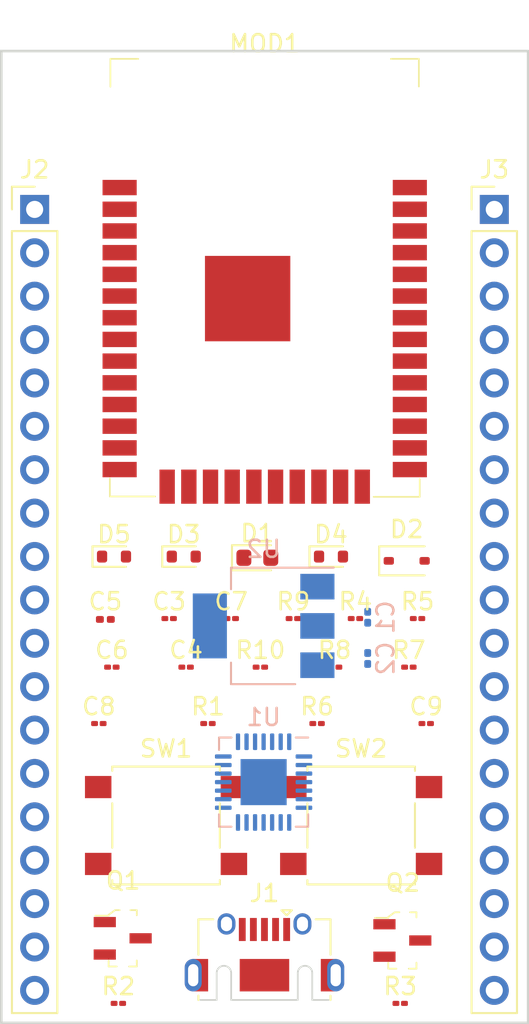
<source format=kicad_pcb>
(kicad_pcb (version 20221018) (generator pcbnew)
  (title_block (title "${project_name}") (date "2023-07-28") (rev "1.0"))
  (layers (0 "F.Cu" mixed) (1 "In1.Cu" mixed) (2 "In2.Cu" mixed) (31 "B.Cu" mixed) (34 "B.Paste" user) (35 "F.Paste" user) (36 "B.SilkS" user "B.Silkscreen") (37 "F.SilkS" user "F.Silkscreen") (38 "B.Mask" user) (39 "F.Mask" user) (44 "Edge.Cuts" user))
  (property "project_name" "ESP32 Clone Devkit")
  (net 0 "")
  (net 1 "/EXT_5V")
  (net 2 "GND")
  (net 3 "/VDD33")
  (net 4 "Net-(MOD1-3V3)")
  (net 5 "/EN")
  (net 6 "/IO0")
  (net 7 "Net-(D1-A)")
  (net 8 "/VBUS")
  (net 9 "/USB_DP")
  (net 10 "/USB_DN")
  (net 12 "/SENSOR_VP")
  (net 13 "/SENSOR_VN")
  (net 14 "/IO34")
  (net 15 "/IO35")
  (net 16 "/IO32")
  (net 17 "/IO33")
  (net 18 "/IO25")
  (net 19 "/IO26")
  (net 20 "/IO27")
  (net 21 "/IO14")
  (net 22 "/IO12")
  (net 23 "/IO13")
  (net 24 "/SD2")
  (net 25 "/SD3")
  (net 26 "/CMD")
  (net 27 "/IO23")
  (net 28 "/IO22")
  (net 29 "/TXD0")
  (net 30 "/RXD0")
  (net 31 "/IO21")
  (net 32 "/IO19")
  (net 33 "/IO18")
  (net 34 "/IO5")
  (net 35 "/IO17")
  (net 36 "/IO16")
  (net 37 "/IO4")
  (net 38 "/IO2")
  (net 39 "/IO15")
  (net 40 "/SD1")
  (net 41 "/SD0")
  (net 42 "/CLK")
  (net 44 "/RTS")
  (net 45 "Net-(Q1-B)")
  (net 46 "/DTR")
  (net 47 "Net-(Q2-B)")
  (net 48 "/RXD")
  (net 49 "/TXD")
  (net 50 "Net-(U1-~{RST})")
  (net 51 "Net-(U1-VBUS)")
  (net 52 "Net-(U1-~{SUSPEND})")
  (net 53 "/DCD")
  (net 54 "/RI")
  (net 67 "/CTS")
  (net 68 "/DSR")
  (footprint "LED_SMD:LED_0603_1608Metric" (layer "F.Cu") (at 75.832 85.799)
    (fp_text reference "D1" (at 0 -1.43) (layer "F.SilkS"))
    (fp_text value "LED" hide)
    (fp_line (start -1.485 -0.735) (end -1.485 0.735) (stroke (width 0.12)) (layer "F.SilkS"))
    (fp_line (start -1.485 0.735) (end 0.8 0.735) (stroke (width 0.12)) (layer "F.SilkS"))
    (fp_line (start 0.8 -0.735) (end -1.485 -0.735) (stroke (width 0.12)) (layer "F.SilkS"))
    (pad "1" smd roundrect (at -0.7875 0) (size 0.875 0.95) (layers "F.Cu" "F.Paste" "F.Mask") (net 2 "GND"))
    (pad "2" smd roundrect (at 0.7875 0) (size 0.875 0.95) (layers "F.Cu" "F.Paste" "F.Mask") (net 7 "Net-(D1-A)"))
  )
  (footprint "Connector_PinHeader_2.54mm:PinHeader_1x19_P2.54mm_Vertical" (layer "F.Cu") (at 89.7128 65.405)
    (fp_text reference "J3" (at 0 -2.33) (layer "F.SilkS"))
    (fp_text value "Conn_01x19_Pin" hide)
    (fp_line (start -1.33 -1.33) (end 0 -1.33) (stroke (width 0.12)) (layer "F.SilkS"))
    (fp_line (start -1.33 0) (end -1.33 -1.33) (stroke (width 0.12)) (layer "F.SilkS"))
    (fp_line (start -1.33 1.27) (end -1.33 47.05) (stroke (width 0.12)) (layer "F.SilkS"))
    (fp_line (start -1.33 1.27) (end 1.33 1.27) (stroke (width 0.12)) (layer "F.SilkS"))
    (fp_line (start -1.33 47.05) (end 1.33 47.05) (stroke (width 0.12)) (layer "F.SilkS"))
    (fp_line (start 1.33 1.27) (end 1.33 47.05) (stroke (width 0.12)) (layer "F.SilkS"))
    (pad "1" thru_hole rect locked (at 0 0) (size 1.7 1.7) (drill 1) (layers "*.Cu" "*.Mask") (net 2 "GND"))
    (pad "2" thru_hole oval locked (at 0 2.54) (size 1.7 1.7) (drill 1) (layers "*.Cu" "*.Mask") (net 27 "/IO23"))
    (pad "3" thru_hole oval locked (at 0 5.08) (size 1.7 1.7) (drill 1) (layers "*.Cu" "*.Mask") (net 28 "/IO22"))
    (pad "4" thru_hole oval locked (at 0 7.62) (size 1.7 1.7) (drill 1) (layers "*.Cu" "*.Mask") (net 29 "/TXD0"))
    (pad "5" thru_hole oval locked (at 0 10.16) (size 1.7 1.7) (drill 1) (layers "*.Cu" "*.Mask") (net 30 "/RXD0"))
    (pad "6" thru_hole oval locked (at 0 12.7) (size 1.7 1.7) (drill 1) (layers "*.Cu" "*.Mask") (net 31 "/IO21"))
    (pad "7" thru_hole oval locked (at 0 15.24) (size 1.7 1.7) (drill 1) (layers "*.Cu" "*.Mask") (net 2 "GND"))
    (pad "8" thru_hole oval locked (at 0 17.78) (size 1.7 1.7) (drill 1) (layers "*.Cu" "*.Mask") (net 32 "/IO19"))
    (pad "9" thru_hole oval locked (at 0 20.32) (size 1.7 1.7) (drill 1) (layers "*.Cu" "*.Mask") (net 33 "/IO18"))
    (pad "10" thru_hole oval locked (at 0 22.86) (size 1.7 1.7) (drill 1) (layers "*.Cu" "*.Mask") (net 34 "/IO5"))
    (pad "11" thru_hole oval locked (at 0 25.4) (size 1.7 1.7) (drill 1) (layers "*.Cu" "*.Mask") (net 35 "/IO17"))
    (pad "12" thru_hole oval locked (at 0 27.94) (size 1.7 1.7) (drill 1) (layers "*.Cu" "*.Mask") (net 36 "/IO16"))
    (pad "13" thru_hole oval locked (at 0 30.48) (size 1.7 1.7) (drill 1) (layers "*.Cu" "*.Mask") (net 37 "/IO4"))
    (pad "14" thru_hole oval locked (at 0 33.02) (size 1.7 1.7) (drill 1) (layers "*.Cu" "*.Mask") (net 6 "/IO0"))
    (pad "15" thru_hole oval locked (at 0 35.56) (size 1.7 1.7) (drill 1) (layers "*.Cu" "*.Mask") (net 38 "/IO2"))
    (pad "16" thru_hole oval locked (at 0 38.1) (size 1.7 1.7) (drill 1) (layers "*.Cu" "*.Mask") (net 39 "/IO15"))
    (pad "17" thru_hole oval locked (at 0 40.64) (size 1.7 1.7) (drill 1) (layers "*.Cu" "*.Mask") (net 40 "/SD1"))
    (pad "18" thru_hole oval locked (at 0 43.18) (size 1.7 1.7) (drill 1) (layers "*.Cu" "*.Mask") (net 41 "/SD0"))
    (pad "19" thru_hole oval locked (at 0 45.72) (size 1.7 1.7) (drill 1) (layers "*.Cu" "*.Mask") (net 42 "/CLK"))
  )
  (footprint "digikey-footprints:ESP32-WROOM-32D" (layer "F.Cu") (at 76.2649 72.381)
    (fp_text reference "MOD1" (at 0.01 -16.69) (layer "F.SilkS"))
    (fp_text value "ESP32-WROOM-32" hide)
    (fp_line (start -9.07 8.78) (end -9.07 9.83) (stroke (width 0.1)) (layer "F.SilkS"))
    (fp_line (start -9.07 9.83) (end -6.42 9.83) (stroke (width 0.1)) (layer "F.SilkS"))
    (fp_line (start -9.04 -15.79) (end -7.41 -15.79) (stroke (width 0.1)) (layer "F.SilkS"))
    (fp_line (start -9.04 -14.16) (end -9.04 -15.79) (stroke (width 0.1)) (layer "F.SilkS"))
    (fp_line (start 9.03 -15.79) (end 7.39 -15.79) (stroke (width 0.1)) (layer "F.SilkS"))
    (fp_line (start 9.03 -14.17) (end 9.03 -15.79) (stroke (width 0.1)) (layer "F.SilkS"))
    (fp_line (start 9.08 8.81) (end 9.08 9.85) (stroke (width 0.1)) (layer "F.SilkS"))
    (fp_line (start 9.08 9.85) (end 6.38 9.85) (stroke (width 0.1)) (layer "F.SilkS"))
    (pad "1" smd rect locked (at -8.5 -8.255) (size 2 0.9) (layers "F.Cu" "F.Paste" "F.Mask") (net 2 "GND"))
    (pad "2" smd rect locked (at -8.5 -6.985) (size 2 0.9) (layers "F.Cu" "F.Paste" "F.Mask") (net 4 "Net-(MOD1-3V3)"))
    (pad "3" smd rect locked (at -8.5 -5.715) (size 2 0.9) (layers "F.Cu" "F.Paste" "F.Mask") (net 5 "/EN"))
    (pad "4" smd rect locked (at -8.5 -4.445) (size 2 0.9) (layers "F.Cu" "F.Paste" "F.Mask") (net 12 "/SENSOR_VP"))
    (pad "5" smd rect locked (at -8.5 -3.175) (size 2 0.9) (layers "F.Cu" "F.Paste" "F.Mask") (net 13 "/SENSOR_VN"))
    (pad "6" smd rect locked (at -8.5 -1.905) (size 2 0.9) (layers "F.Cu" "F.Paste" "F.Mask") (net 14 "/IO34"))
    (pad "7" smd rect locked (at -8.5 -0.635) (size 2 0.9) (layers "F.Cu" "F.Paste" "F.Mask") (net 15 "/IO35"))
    (pad "8" smd rect locked (at -8.5 0.635) (size 2 0.9) (layers "F.Cu" "F.Paste" "F.Mask") (net 16 "/IO32"))
    (pad "9" smd rect locked (at -8.5 1.905) (size 2 0.9) (layers "F.Cu" "F.Paste" "F.Mask") (net 17 "/IO33"))
    (pad "10" smd rect locked (at -8.5 3.175) (size 2 0.9) (layers "F.Cu" "F.Paste" "F.Mask") (net 18 "/IO25"))
    (pad "11" smd rect locked (at -8.5 4.445) (size 2 0.9) (layers "F.Cu" "F.Paste" "F.Mask") (net 19 "/IO26"))
    (pad "12" smd rect locked (at -8.5 5.715) (size 2 0.9) (layers "F.Cu" "F.Paste" "F.Mask") (net 20 "/IO27"))
    (pad "13" smd rect locked (at -8.5 6.985) (size 2 0.9) (layers "F.Cu" "F.Paste" "F.Mask") (net 21 "/IO14"))
    (pad "14" smd rect locked (at -8.5 8.255) (size 2 0.9) (layers "F.Cu" "F.Paste" "F.Mask") (net 22 "/IO12"))
    (pad "15" smd rect locked (at -5.715 9.255 90) (size 2 0.9) (layers "F.Cu" "F.Paste" "F.Mask") (net 2 "GND"))
    (pad "16" smd rect locked (at -4.445 9.255 90) (size 2 0.9) (layers "F.Cu" "F.Paste" "F.Mask") (net 23 "/IO13"))
    (pad "17" smd rect locked (at -3.175 9.255 90) (size 2 0.9) (layers "F.Cu" "F.Paste" "F.Mask") (net 24 "/SD2"))
    (pad "18" smd rect locked (at -1.905 9.255 90) (size 2 0.9) (layers "F.Cu" "F.Paste" "F.Mask") (net 25 "/SD3"))
    (pad "19" smd rect locked (at -0.635 9.255 90) (size 2 0.9) (layers "F.Cu" "F.Paste" "F.Mask") (net 26 "/CMD"))
    (pad "20" smd rect locked (at 0.635 9.255 90) (size 2 0.9) (layers "F.Cu" "F.Paste" "F.Mask") (net 42 "/CLK"))
    (pad "21" smd rect locked (at 1.905 9.255 90) (size 2 0.9) (layers "F.Cu" "F.Paste" "F.Mask") (net 41 "/SD0"))
    (pad "22" smd rect locked (at 3.175 9.255 90) (size 2 0.9) (layers "F.Cu" "F.Paste" "F.Mask") (net 40 "/SD1"))
    (pad "23" smd rect locked (at 4.445 9.255 90) (size 2 0.9) (layers "F.Cu" "F.Paste" "F.Mask") (net 39 "/IO15"))
    (pad "24" smd rect locked (at 5.715 9.255 90) (size 2 0.9) (layers "F.Cu" "F.Paste" "F.Mask") (net 38 "/IO2"))
    (pad "25" smd rect locked (at 8.5 8.255) (size 2 0.9) (layers "F.Cu" "F.Paste" "F.Mask") (net 6 "/IO0"))
    (pad "26" smd rect locked (at 8.5 6.985) (size 2 0.9) (layers "F.Cu" "F.Paste" "F.Mask") (net 37 "/IO4"))
    (pad "27" smd rect locked (at 8.5 5.715) (size 2 0.9) (layers "F.Cu" "F.Paste" "F.Mask") (net 36 "/IO16"))
    (pad "28" smd rect locked (at 8.5 4.445) (size 2 0.9) (layers "F.Cu" "F.Paste" "F.Mask") (net 35 "/IO17"))
    (pad "29" smd rect locked (at 8.5 3.175) (size 2 0.9) (layers "F.Cu" "F.Paste" "F.Mask") (net 34 "/IO5"))
    (pad "30" smd rect locked (at 8.5 1.905) (size 2 0.9) (layers "F.Cu" "F.Paste" "F.Mask") (net 33 "/IO18"))
    (pad "31" smd rect locked (at 8.5 0.635) (size 2 0.9) (layers "F.Cu" "F.Paste" "F.Mask") (net 32 "/IO19"))
    (pad "32" smd rect locked (at 8.5 -0.635) (size 2 0.9) (layers "F.Cu" "F.Paste" "F.Mask"))
    (pad "33" smd rect locked (at 8.5 -1.905) (size 2 0.9) (layers "F.Cu" "F.Paste" "F.Mask") (net 31 "/IO21"))
    (pad "34" smd rect locked (at 8.5 -3.175) (size 2 0.9) (layers "F.Cu" "F.Paste" "F.Mask") (net 30 "/RXD0"))
    (pad "35" smd rect locked (at 8.5 -4.445) (size 2 0.9) (layers "F.Cu" "F.Paste" "F.Mask") (net 29 "/TXD0"))
    (pad "36" smd rect locked (at 8.5 -5.715) (size 2 0.9) (layers "F.Cu" "F.Paste" "F.Mask") (net 28 "/IO22"))
    (pad "37" smd rect locked (at 8.5 -6.985) (size 2 0.9) (layers "F.Cu" "F.Paste" "F.Mask") (net 27 "/IO23"))
    (pad "38" smd rect locked (at 8.5 -8.255) (size 2 0.9) (layers "F.Cu" "F.Paste" "F.Mask") (net 2 "GND"))
    (pad "39" smd rect locked (at -1 -1.755) (size 5 5) (layers "F.Cu" "F.Paste" "F.Mask") (net 2 "GND"))
  )
  (footprint "Resistor_SMD:R_01005_0402Metric" (layer "F.Cu") (at 81.5794 89.358)
    (fp_text reference "R4" (at 0 -1) (layer "F.SilkS"))
    (fp_text value "0R(5%)" hide)
    (pad "1" smd roundrect (at -0.25 0) (size 0.4 0.3) (layers "F.Cu" "F.Mask") (net 29 "/TXD0"))
    (pad "2" smd roundrect (at 0.25 0) (size 0.4 0.3) (layers "F.Cu" "F.Mask") (net 48 "/RXD"))
  )
  (footprint "Capacitor_SMD:C_01005_0402Metric" (layer "F.Cu") (at 74.3042 89.358)
    (fp_text reference "C7" (at 0 -1) (layer "F.SilkS"))
    (fp_text value "0.1uF/50V(10%)" hide)
    (pad "1" smd roundrect (at -0.25 0) (size 0.4 0.3) (layers "F.Cu" "F.Mask") (net 5 "/EN"))
    (pad "2" smd roundrect (at 0.25 0) (size 0.4 0.3) (layers "F.Cu" "F.Mask") (net 2 "GND"))
  )
  (footprint "Capacitor_SMD:C_0201_0603Metric" (layer "F.Cu") (at 66.929 89.408)
    (fp_text reference "C5" (at 0 -1.05) (layer "F.SilkS"))
    (fp_text value "22uF/10V(20%)" hide)
    (pad "1" smd roundrect (at -0.32 0) (size 0.46 0.4) (layers "F.Cu" "F.Mask") (net 4 "Net-(MOD1-3V3)"))
    (pad "2" smd roundrect (at 0.32 0) (size 0.46 0.4) (layers "F.Cu" "F.Mask") (net 2 "GND"))
  )
  (footprint "Diode_SMD:D_SOD-523" (layer "F.Cu") (at 80.147 85.729)
    (fp_text reference "D4" (at 0 -1.3) (layer "F.SilkS"))
    (fp_text value "D_TVS" hide)
    (fp_line (start -1.26 -0.6) (end -1.26 0.6) (stroke (width 0.12)) (layer "F.SilkS"))
    (fp_line (start 0.7 -0.6) (end -1.26 -0.6) (stroke (width 0.12)) (layer "F.SilkS"))
    (fp_line (start 0.7 0.6) (end -1.26 0.6) (stroke (width 0.12)) (layer "F.SilkS"))
    (pad "1" smd roundrect (at -0.7 0 180) (size 0.6 0.7) (layers "F.Cu" "F.Paste" "F.Mask") (net 2 "GND"))
    (pad "2" smd roundrect (at 0.7 0 180) (size 0.6 0.7) (layers "F.Cu" "F.Paste" "F.Mask") (net 9 "/USB_DP"))
  )
  (footprint "Resistor_SMD:R_01005_0402Metric" (layer "F.Cu") (at 85.217 89.358)
    (fp_text reference "R5" (at 0 -1) (layer "F.SilkS"))
    (fp_text value "0R(5%)" hide)
    (pad "1" smd roundrect (at -0.25 0) (size 0.4 0.3) (layers "F.Cu" "F.Mask") (net 30 "/RXD0"))
    (pad "2" smd roundrect (at 0.25 0) (size 0.4 0.3) (layers "F.Cu" "F.Mask") (net 49 "/TXD"))
  )
  (footprint "Capacitor_SMD:C_01005_0402Metric" (layer "F.Cu") (at 70.6666 89.358)
    (fp_text reference "C3" (at 0 -1) (layer "F.SilkS"))
    (fp_text value "4.7uF/6.3V(20%)" hide)
    (pad "1" smd roundrect (at -0.25 0) (size 0.4 0.3) (layers "F.Cu" "F.Mask") (net 3 "/VDD33"))
    (pad "2" smd roundrect (at 0.25 0) (size 0.4 0.3) (layers "F.Cu" "F.Mask") (net 2 "GND"))
  )
  (footprint "Connector_USB:USB_Micro-AB_Molex_47590-0001" (layer "F.Cu") (at 76.2499 110.236)
    (fp_text reference "J1" (at 0 -4.8 -180) (layer "F.SilkS"))
    (fp_text value "USB_B_Micro" hide)
    (fp_line (start -3.87 -3.27) (end -3.87 -1.2) (stroke (width 0.12)) (layer "F.SilkS"))
    (fp_line (start -3.87 -3.27) (end -3 -3.27) (stroke (width 0.12)) (layer "F.SilkS"))
    (fp_line (start -3.87 1.2) (end -3.87 1.45) (stroke (width 0.12)) (layer "F.SilkS"))
    (fp_line (start 1 -3.8) (end 1.6 -3.8) (stroke (width 0.12)) (layer "F.SilkS"))
    (fp_line (start 1.3 -3.5) (end 1 -3.8) (stroke (width 0.12)) (layer "F.SilkS"))
    (fp_line (start 1.3 -3.5) (end 1.6 -3.8) (stroke (width 0.12)) (layer "F.SilkS"))
    (fp_line (start 3 -3.27) (end 3.87 -3.27) (stroke (width 0.12)) (layer "F.SilkS"))
    (fp_line (start 3.87 -3.27) (end 3.87 -1.2) (stroke (width 0.12)) (layer "F.SilkS"))
    (fp_line (start 3.87 1.2) (end 3.87 1.45) (stroke (width 0.12)) (layer "F.SilkS"))
    (fp_line (start -3.75 1.45) (end -2.8 1.45) (stroke (width 0.1)) (layer "Edge.Cuts"))
    (fp_line (start -2.8 -0.125) (end -2.8 1.45) (stroke (width 0.1)) (layer "Edge.Cuts"))
    (fp_line (start -1.95 -0.125) (end -1.95 1.45) (stroke (width 0.1)) (layer "Edge.Cuts"))
    (fp_line (start -1.95 1.45) (end 1.95 1.45) (stroke (width 0.1)) (layer "Edge.Cuts"))
    (fp_line (start 1.95 -0.125) (end 1.95 1.45) (stroke (width 0.1)) (layer "Edge.Cuts"))
    (fp_line (start 2.8 -0.125) (end 2.8 1.45) (stroke (width 0.1)) (layer "Edge.Cuts"))
    (fp_line (start 2.8 1.45) (end 3.75 1.45) (stroke (width 0.1)) (layer "Edge.Cuts"))
    (fp_arc (start -2.8 -0.125) (mid -2.375 -0.55) (end -1.95 -0.125) (stroke (width 0.1)) (layer "Edge.Cuts"))
    (fp_arc (start 1.95 -0.125) (mid 2.375 -0.55) (end 2.8 -0.125) (stroke (width 0.1)) (layer "Edge.Cuts"))
    (pad "1" smd rect (at 1.3 -2.675) (size 0.4 1.35) (layers "F.Cu" "F.Paste" "F.Mask") (net 8 "/VBUS"))
    (pad "2" smd rect (at 0.65 -2.675) (size 0.4 1.35) (layers "F.Cu" "F.Paste" "F.Mask") (net 9 "/USB_DP"))
    (pad "3" smd rect (at 0 -2.675) (size 0.4 1.35) (layers "F.Cu" "F.Paste" "F.Mask") (net 10 "/USB_DN"))
    (pad "4" smd rect (at -0.65 -2.675) (size 0.4 1.35) (layers "F.Cu" "F.Paste" "F.Mask"))
    (pad "5" smd rect (at -1.3 -2.675) (size 0.4 1.35) (layers "F.Cu" "F.Paste" "F.Mask") (net 2 "GND"))
    (pad "6" thru_hole oval (at -4.175 0) (size 1 1.9) (drill oval 0.6 1.3) (layers "*.Cu" "*.Mask") (net 2 "GND"))
    (pad "6" smd rect (at -3.7375 0) (size 0.875 1.9) (layers "F.Cu" "F.Mask") (net 2 "GND"))
    (pad "6" thru_hole oval (at -2.225 -3) (size 1.05 1.25) (drill oval 0.65 0.85) (layers "*.Cu" "*.Mask") (net 2 "GND"))
    (pad "6" smd rect (at 0 0) (size 2.9 1.9) (layers "F.Cu" "F.Paste" "F.Mask") (net 2 "GND"))
    (pad "6" thru_hole oval (at 2.225 -3) (size 1.05 1.25) (drill oval 0.65 0.85) (layers "*.Cu" "*.Mask") (net 2 "GND"))
    (pad "6" smd rect (at 3.7375 0) (size 0.875 1.9) (layers "F.Cu" "F.Mask") (net 2 "GND"))
    (pad "6" thru_hole oval (at 4.175 0) (size 1 1.9) (drill oval 0.6 1.3) (layers "*.Cu" "*.Mask") (net 2 "GND"))
  )
  (footprint "Resistor_SMD:R_01005_0402Metric" (layer "F.Cu") (at 84.709 92.202)
    (fp_text reference "R7" (at 0 -1) (layer "F.SilkS"))
    (fp_text value "47.5k(5%)" hide)
    (pad "1" smd roundrect (at -0.25 0) (size 0.4 0.3) (layers "F.Cu" "F.Mask") (net 51 "Net-(U1-VBUS)"))
    (pad "2" smd roundrect (at 0.25 0) (size 0.4 0.3) (layers "F.Cu" "F.Mask") (net 2 "GND"))
  )
  (footprint "Diode_SMD:D_SOD-523" (layer "F.Cu") (at 71.522 85.729)
    (fp_text reference "D3" (at 0 -1.3) (layer "F.SilkS"))
    (fp_text value "D_TVS" hide)
    (fp_line (start -1.26 -0.6) (end -1.26 0.6) (stroke (width 0.12)) (layer "F.SilkS"))
    (fp_line (start 0.7 -0.6) (end -1.26 -0.6) (stroke (width 0.12)) (layer "F.SilkS"))
    (fp_line (start 0.7 0.6) (end -1.26 0.6) (stroke (width 0.12)) (layer "F.SilkS"))
    (pad "1" smd roundrect (at -0.7 0 180) (size 0.6 0.7) (layers "F.Cu" "F.Paste" "F.Mask") (net 2 "GND"))
    (pad "2" smd roundrect (at 0.7 0 180) (size 0.6 0.7) (layers "F.Cu" "F.Paste" "F.Mask") (net 8 "/VBUS"))
  )
  (footprint "Button_Switch_SMD:SW_SPST_B3S-1000" (layer "F.Cu") (at 70.485 101.473)
    (fp_text reference "SW1" (at 0 -4.5) (layer "F.SilkS"))
    (fp_text value "SW_Push" hide)
    (fp_line (start -3.15 -3.45) (end 3.15 -3.45) (stroke (width 0.12)) (layer "F.SilkS"))
    (fp_line (start -3.15 -3.2) (end -3.15 -3.45) (stroke (width 0.12)) (layer "F.SilkS"))
    (fp_line (start -3.15 1.3) (end -3.15 -1.3) (stroke (width 0.12)) (layer "F.SilkS"))
    (fp_line (start -3.15 3.45) (end -3.15 3.2) (stroke (width 0.12)) (layer "F.SilkS"))
    (fp_line (start 3.15 -3.45) (end 3.15 -3.2) (stroke (width 0.12)) (layer "F.SilkS"))
    (fp_line (start 3.15 -1.3) (end 3.15 1.3) (stroke (width 0.12)) (layer "F.SilkS"))
    (fp_line (start 3.15 3.2) (end 3.15 3.45) (stroke (width 0.12)) (layer "F.SilkS"))
    (fp_line (start 3.15 3.45) (end -3.15 3.45) (stroke (width 0.12)) (layer "F.SilkS"))
    (pad "1" smd rect (at -3.975 -2.25) (size 1.55 1.3) (layers "F.Cu" "F.Paste" "F.Mask") (net 2 "GND"))
    (pad "1" smd rect (at 3.975 -2.25) (size 1.55 1.3) (layers "F.Cu" "F.Paste" "F.Mask") (net 2 "GND"))
    (pad "2" smd rect (at -3.975 2.25) (size 1.55 1.3) (layers "F.Cu" "F.Paste" "F.Mask") (net 6 "/IO0"))
    (pad "2" smd rect (at 3.975 2.25) (size 1.55 1.3) (layers "F.Cu" "F.Paste" "F.Mask") (net 6 "/IO0"))
  )
  (footprint "Capacitor_SMD:C_01005_0402Metric" (layer "F.Cu") (at 67.31 92.202)
    (fp_text reference "C6" (at 0 -1) (layer "F.SilkS"))
    (fp_text value "0.1uF/50V(10%)" hide)
    (pad "1" smd roundrect (at -0.25 0) (size 0.4 0.3) (layers "F.Cu" "F.Mask") (net 4 "Net-(MOD1-3V3)"))
    (pad "2" smd roundrect (at 0.25 0) (size 0.4 0.3) (layers "F.Cu" "F.Mask") (net 2 "GND"))
  )
  (footprint "Connector_PinHeader_2.54mm:PinHeader_1x19_P2.54mm_Vertical" (layer "F.Cu") (at 62.787 65.405)
    (fp_text reference "J2" (at 0 -2.33) (layer "F.SilkS"))
    (fp_text value "Conn_01x19_Pin" hide)
    (fp_line (start -1.33 -1.33) (end 0 -1.33) (stroke (width 0.12)) (layer "F.SilkS"))
    (fp_line (start -1.33 0) (end -1.33 -1.33) (stroke (width 0.12)) (layer "F.SilkS"))
    (fp_line (start -1.33 1.27) (end -1.33 47.05) (stroke (width 0.12)) (layer "F.SilkS"))
    (fp_line (start -1.33 1.27) (end 1.33 1.27) (stroke (width 0.12)) (layer "F.SilkS"))
    (fp_line (start -1.33 47.05) (end 1.33 47.05) (stroke (width 0.12)) (layer "F.SilkS"))
    (fp_line (start 1.33 1.27) (end 1.33 47.05) (stroke (width 0.12)) (layer "F.SilkS"))
    (pad "1" thru_hole rect locked (at 0 0) (size 1.7 1.7) (drill 1) (layers "*.Cu" "*.Mask") (net 3 "/VDD33"))
    (pad "2" thru_hole oval locked (at 0 2.54) (size 1.7 1.7) (drill 1) (layers "*.Cu" "*.Mask") (net 5 "/EN"))
    (pad "3" thru_hole oval locked (at 0 5.08) (size 1.7 1.7) (drill 1) (layers "*.Cu" "*.Mask") (net 12 "/SENSOR_VP"))
    (pad "4" thru_hole oval locked (at 0 7.62) (size 1.7 1.7) (drill 1) (layers "*.Cu" "*.Mask") (net 13 "/SENSOR_VN"))
    (pad "5" thru_hole oval locked (at 0 10.16) (size 1.7 1.7) (drill 1) (layers "*.Cu" "*.Mask") (net 14 "/IO34"))
    (pad "6" thru_hole oval locked (at 0 12.7) (size 1.7 1.7) (drill 1) (layers "*.Cu" "*.Mask") (net 15 "/IO35"))
    (pad "7" thru_hole oval locked (at 0 15.24) (size 1.7 1.7) (drill 1) (layers "*.Cu" "*.Mask") (net 16 "/IO32"))
    (pad "8" thru_hole oval locked (at 0 17.78) (size 1.7 1.7) (drill 1) (layers "*.Cu" "*.Mask") (net 17 "/IO33"))
    (pad "9" thru_hole oval locked (at 0 20.32) (size 1.7 1.7) (drill 1) (layers "*.Cu" "*.Mask") (net 18 "/IO25"))
    (pad "10" thru_hole oval locked (at 0 22.86) (size 1.7 1.7) (drill 1) (layers "*.Cu" "*.Mask") (net 19 "/IO26"))
    (pad "11" thru_hole oval locked (at 0 25.4) (size 1.7 1.7) (drill 1) (layers "*.Cu" "*.Mask") (net 20 "/IO27"))
    (pad "12" thru_hole oval locked (at 0 27.94) (size 1.7 1.7) (drill 1) (layers "*.Cu" "*.Mask") (net 21 "/IO14"))
    (pad "13" thru_hole oval locked (at 0 30.48) (size 1.7 1.7) (drill 1) (layers "*.Cu" "*.Mask") (net 22 "/IO12"))
    (pad "14" thru_hole oval locked (at 0 33.02) (size 1.7 1.7) (drill 1) (layers "*.Cu" "*.Mask") (net 2 "GND"))
    (pad "15" thru_hole oval locked (at 0 35.56) (size 1.7 1.7) (drill 1) (layers "*.Cu" "*.Mask") (net 23 "/IO13"))
    (pad "16" thru_hole oval locked (at 0 38.1) (size 1.7 1.7) (drill 1) (layers "*.Cu" "*.Mask") (net 24 "/SD2"))
    (pad "17" thru_hole oval locked (at 0 40.64) (size 1.7 1.7) (drill 1) (layers "*.Cu" "*.Mask") (net 25 "/SD3"))
    (pad "18" thru_hole oval locked (at 0 43.18) (size 1.7 1.7) (drill 1) (layers "*.Cu" "*.Mask") (net 26 "/CMD"))
    (pad "19" thru_hole oval locked (at 0 45.72) (size 1.7 1.7) (drill 1) (layers "*.Cu" "*.Mask") (net 1 "/EXT_5V"))
  )
  (footprint "Capacitor_SMD:C_01005_0402Metric" (layer "F.Cu") (at 85.725 95.504)
    (fp_text reference "C9" (at 0 -1) (layer "F.SilkS"))
    (fp_text value "0.1uF/50V(10%)" hide)
    (pad "1" smd roundrect (at -0.25 0) (size 0.4 0.3) (layers "F.Cu" "F.Mask") (net 2 "GND"))
    (pad "2" smd roundrect (at 0.25 0) (size 0.4 0.3) (layers "F.Cu" "F.Mask") (net 5 "/EN"))
  )
  (footprint "Resistor_SMD:R_01005_0402Metric" (layer "F.Cu") (at 79.332666 95.504)
    (fp_text reference "R6" (at 0 -1) (layer "F.SilkS"))
    (fp_text value "2k(5%)" hide)
    (pad "1" smd roundrect (at -0.25 0) (size 0.4 0.3) (layers "F.Cu" "F.Mask") (net 3 "/VDD33"))
    (pad "2" smd roundrect (at 0.25 0) (size 0.4 0.3) (layers "F.Cu" "F.Mask") (net 50 "Net-(U1-~{RST})"))
  )
  (footprint "Diode_SMD:D_SOD-323" (layer "F.Cu") (at 84.582 85.979)
    (fp_text reference "D2" (at 0 -1.85) (layer "F.SilkS"))
    (fp_text value "D_Schottky" hide)
    (fp_line (start -1.61 -0.85) (end -1.61 0.85) (stroke (width 0.12)) (layer "F.SilkS"))
    (fp_line (start -1.61 -0.85) (end 1.05 -0.85) (stroke (width 0.12)) (layer "F.SilkS"))
    (fp_line (start -1.61 0.85) (end 1.05 0.85) (stroke (width 0.12)) (layer "F.SilkS"))
    (pad "1" smd roundrect (at -1.05 0) (size 0.6 0.45) (layers "F.Cu" "F.Paste" "F.Mask") (net 1 "/EXT_5V"))
    (pad "2" smd roundrect (at 1.05 0) (size 0.6 0.45) (layers "F.Cu" "F.Paste" "F.Mask") (net 8 "/VBUS"))
  )
  (footprint "Diode_SMD:D_SOD-523" (layer "F.Cu") (at 67.437 85.729)
    (fp_text reference "D5" (at 0 -1.3) (layer "F.SilkS"))
    (fp_text value "D_TVS" hide)
    (fp_line (start -1.26 -0.6) (end -1.26 0.6) (stroke (width 0.12)) (layer "F.SilkS"))
    (fp_line (start 0.7 -0.6) (end -1.26 -0.6) (stroke (width 0.12)) (layer "F.SilkS"))
    (fp_line (start 0.7 0.6) (end -1.26 0.6) (stroke (width 0.12)) (layer "F.SilkS"))
    (pad "1" smd roundrect (at -0.7 0 180) (size 0.6 0.7) (layers "F.Cu" "F.Paste" "F.Mask") (net 2 "GND"))
    (pad "2" smd roundrect (at 0.7 0 180) (size 0.6 0.7) (layers "F.Cu" "F.Paste" "F.Mask") (net 10 "/USB_DN"))
  )
  (footprint "Capacitor_SMD:C_01005_0402Metric" (layer "F.Cu") (at 66.548 95.504)
    (fp_text reference "C8" (at 0 -1) (layer "F.SilkS"))
    (fp_text value "0.1uF/50V(10%)(NC)" hide)
    (pad "1" smd roundrect (at -0.25 0) (size 0.4 0.3) (layers "F.Cu" "F.Mask") (net 2 "GND"))
    (pad "2" smd roundrect (at 0.25 0) (size 0.4 0.3) (layers "F.Cu" "F.Mask") (net 6 "/IO0"))
  )
  (footprint "Capacitor_SMD:C_01005_0402Metric" (layer "F.Cu") (at 71.65975 92.202)
    (fp_text reference "C4" (at 0 -1) (layer "F.SilkS"))
    (fp_text value "0.1uF/50V(10%)" hide)
    (pad "1" smd roundrect (at -0.25 0) (size 0.4 0.3) (layers "F.Cu" "F.Mask") (net 3 "/VDD33"))
    (pad "2" smd roundrect (at 0.25 0) (size 0.4 0.3) (layers "F.Cu" "F.Mask") (net 2 "GND"))
  )
  (footprint "Resistor_SMD:R_01005_0402Metric" (layer "F.Cu") (at 72.940333 95.504)
    (fp_text reference "R1" (at 0 -1) (layer "F.SilkS"))
    (fp_text value "2k(5%)" hide)
    (pad "1" smd roundrect (at -0.25 0) (size 0.4 0.3) (layers "F.Cu" "F.Mask") (net 1 "/EXT_5V"))
    (pad "2" smd roundrect (at 0.25 0) (size 0.4 0.3) (layers "F.Cu" "F.Mask") (net 7 "Net-(D1-A)"))
  )
  (footprint "Resistor_SMD:R_01005_0402Metric" (layer "F.Cu") (at 77.9418 89.358)
    (fp_text reference "R9" (at 0 -1) (layer "F.SilkS"))
    (fp_text value "10k(5%)(NC)" hide)
    (pad "1" smd roundrect (at -0.25 0) (size 0.4 0.3) (layers "F.Cu" "F.Mask") (net 52 "Net-(U1-~{SUSPEND})"))
    (pad "2" smd roundrect (at 0.25 0) (size 0.4 0.3) (layers "F.Cu" "F.Mask") (net 2 "GND"))
  )
  (footprint "Resistor_SMD:R_01005_0402Metric" (layer "F.Cu") (at 80.35925 92.202)
    (fp_text reference "R8" (at 0 -1) (layer "F.SilkS"))
    (fp_text value "22.1k(5%)" hide)
    (pad "1" smd roundrect (at -0.25 0) (size 0.4 0.3) (layers "F.Cu" "F.Mask") (net 8 "/VBUS"))
    (pad "2" smd roundrect (at 0.25 0) (size 0.4 0.3) (layers "F.Cu" "F.Mask") (net 51 "Net-(U1-VBUS)"))
  )
  (footprint "Button_Switch_SMD:SW_SPST_B3S-1000" (layer "F.Cu") (at 81.915 101.473)
    (fp_text reference "SW2" (at 0 -4.5) (layer "F.SilkS"))
    (fp_text value "SW_Push" hide)
    (fp_line (start -3.15 -3.45) (end 3.15 -3.45) (stroke (width 0.12)) (layer "F.SilkS"))
    (fp_line (start -3.15 -3.2) (end -3.15 -3.45) (stroke (width 0.12)) (layer "F.SilkS"))
    (fp_line (start -3.15 1.3) (end -3.15 -1.3) (stroke (width 0.12)) (layer "F.SilkS"))
    (fp_line (start -3.15 3.45) (end -3.15 3.2) (stroke (width 0.12)) (layer "F.SilkS"))
    (fp_line (start 3.15 -3.45) (end 3.15 -3.2) (stroke (width 0.12)) (layer "F.SilkS"))
    (fp_line (start 3.15 -1.3) (end 3.15 1.3) (stroke (width 0.12)) (layer "F.SilkS"))
    (fp_line (start 3.15 3.2) (end 3.15 3.45) (stroke (width 0.12)) (layer "F.SilkS"))
    (fp_line (start 3.15 3.45) (end -3.15 3.45) (stroke (width 0.12)) (layer "F.SilkS"))
    (pad "1" smd rect (at -3.975 -2.25) (size 1.55 1.3) (layers "F.Cu" "F.Paste" "F.Mask") (net 2 "GND"))
    (pad "1" smd rect (at 3.975 -2.25) (size 1.55 1.3) (layers "F.Cu" "F.Paste" "F.Mask") (net 2 "GND"))
    (pad "2" smd rect (at -3.975 2.25) (size 1.55 1.3) (layers "F.Cu" "F.Paste" "F.Mask") (net 5 "/EN"))
    (pad "2" smd rect (at 3.975 2.25) (size 1.55 1.3) (layers "F.Cu" "F.Paste" "F.Mask") (net 5 "/EN"))
  )
  (footprint "Resistor_SMD:R_01005_0402Metric" (layer "F.Cu") (at 84.201 111.887)
    (fp_text reference "R3" (at 0 -1) (layer "F.SilkS"))
    (fp_text value "10k(5%)" hide)
    (pad "1" smd roundrect (at -0.25 0) (size 0.4 0.3) (layers "F.Cu" "F.Mask") (net 44 "/RTS"))
    (pad "2" smd roundrect (at 0.25 0) (size 0.4 0.3) (layers "F.Cu" "F.Mask") (net 47 "Net-(Q2-B)"))
  )
  (footprint "Resistor_SMD:R_01005_0402Metric" (layer "F.Cu") (at 67.691 111.887)
    (fp_text reference "R2" (at 0 -1) (layer "F.SilkS"))
    (fp_text value "10k(5%)" hide)
    (pad "1" smd roundrect (at -0.25 0) (size 0.4 0.3) (layers "F.Cu" "F.Mask") (net 46 "/DTR"))
    (pad "2" smd roundrect (at 0.25 0) (size 0.4 0.3) (layers "F.Cu" "F.Mask") (net 45 "Net-(Q1-B)"))
  )
  (footprint "digikey-footprints:SOT-23-3" (layer "F.Cu") (at 67.945 108.077)
    (fp_text reference "Q1" (at 0.025 -3.375) (layer "F.SilkS"))
    (fp_text value "MMSS8050-H-TP" hide)
    (fp_line (start -0.825 -1.375) (end -0.825 -1.325) (stroke (width 0.1)) (layer "F.SilkS"))
    (fp_line (start -0.825 -1.325) (end -1.6 -1.325) (stroke (width 0.1)) (layer "F.SilkS"))
    (fp_line (start -0.825 1.65) (end -0.825 1.3) (stroke (width 0.1)) (layer "F.SilkS"))
    (fp_line (start -0.45 -1.65) (end -0.825 -1.375) (stroke (width 0.1)) (layer "F.SilkS"))
    (fp_line (start -0.35 1.65) (end -0.825 1.65) (stroke (width 0.1)) (layer "F.SilkS"))
    (fp_line (start -0.175 -1.65) (end -0.45 -1.65) (stroke (width 0.1)) (layer "F.SilkS"))
    (fp_line (start 0.45 -1.65) (end 0.825 -1.65) (stroke (width 0.1)) (layer "F.SilkS"))
    (fp_line (start 0.825 -1.65) (end 0.825 -1.35) (stroke (width 0.1)) (layer "F.SilkS"))
    (fp_line (start 0.825 1.35) (end 0.825 1.65) (stroke (width 0.1)) (layer "F.SilkS"))
    (fp_line (start 0.825 1.425) (end 0.825 1.3) (stroke (width 0.1)) (layer "F.SilkS"))
    (fp_line (start 0.825 1.65) (end 0.375 1.65) (stroke (width 0.1)) (layer "F.SilkS"))
    (pad "1" smd rect (at -1.05 -0.95) (size 1.3 0.6) (layers "F.Cu" "F.Paste" "F.Mask") (net 45 "Net-(Q1-B)"))
    (pad "2" smd rect (at -1.05 0.95) (size 1.3 0.6) (layers "F.Cu" "F.Paste" "F.Mask") (net 44 "/RTS"))
    (pad "3" smd rect (at 1.05 0) (size 1.3 0.6) (layers "F.Cu" "F.Paste" "F.Mask") (net 5 "/EN"))
  )
  (footprint "Resistor_SMD:R_01005_0402Metric" (layer "F.Cu") (at 76.0095 92.202)
    (fp_text reference "R10" (at 0 -1) (layer "F.SilkS"))
    (fp_text value "10k(5%)" hide)
    (pad "1" smd roundrect (at -0.25 0) (size 0.4 0.3) (layers "F.Cu" "F.Mask") (net 3 "/VDD33"))
    (pad "2" smd roundrect (at 0.25 0) (size 0.4 0.3) (layers "F.Cu" "F.Mask") (net 5 "/EN"))
  )
  (footprint "digikey-footprints:SOT-23-3" (layer "F.Cu") (at 84.328 108.204)
    (fp_text reference "Q2" (at 0.025 -3.375) (layer "F.SilkS"))
    (fp_text value "MMSS8050-H-TP" hide)
    (fp_line (start -0.825 -1.375) (end -0.825 -1.325) (stroke (width 0.1)) (layer "F.SilkS"))
    (fp_line (start -0.825 -1.325) (end -1.6 -1.325) (stroke (width 0.1)) (layer "F.SilkS"))
    (fp_line (start -0.825 1.65) (end -0.825 1.3) (stroke (width 0.1)) (layer "F.SilkS"))
    (fp_line (start -0.45 -1.65) (end -0.825 -1.375) (stroke (width 0.1)) (layer "F.SilkS"))
    (fp_line (start -0.35 1.65) (end -0.825 1.65) (stroke (width 0.1)) (layer "F.SilkS"))
    (fp_line (start -0.175 -1.65) (end -0.45 -1.65) (stroke (width 0.1)) (layer "F.SilkS"))
    (fp_line (start 0.45 -1.65) (end 0.825 -1.65) (stroke (width 0.1)) (layer "F.SilkS"))
    (fp_line (start 0.825 -1.65) (end 0.825 -1.35) (stroke (width 0.1)) (layer "F.SilkS"))
    (fp_line (start 0.825 1.35) (end 0.825 1.65) (stroke (width 0.1)) (layer "F.SilkS"))
    (fp_line (start 0.825 1.425) (end 0.825 1.3) (stroke (width 0.1)) (layer "F.SilkS"))
    (fp_line (start 0.825 1.65) (end 0.375 1.65) (stroke (width 0.1)) (layer "F.SilkS"))
    (pad "1" smd rect (at -1.05 -0.95) (size 1.3 0.6) (layers "F.Cu" "F.Paste" "F.Mask") (net 47 "Net-(Q2-B)"))
    (pad "2" smd rect (at -1.05 0.95) (size 1.3 0.6) (layers "F.Cu" "F.Paste" "F.Mask") (net 46 "/DTR"))
    (pad "3" smd rect (at 1.05 0) (size 1.3 0.6) (layers "F.Cu" "F.Paste" "F.Mask") (net 6 "/IO0"))
  )
  (footprint "Package_TO_SOT_SMD:SOT-223-3_TabPin2" (layer "B.Cu") (at 76.2 89.789 180)
    (fp_text reference "U2" (at 0 4.5) (layer "B.SilkS") (effects (justify mirror)))
    (fp_text value "AMS1117-3.3" hide)
    (fp_line (start -4.1 3.41) (end 1.91 3.41) (stroke (width 0.12)) (layer "B.SilkS"))
    (fp_line (start -1.85 -3.41) (end 1.91 -3.41) (stroke (width 0.12)) (layer "B.SilkS"))
    (fp_line (start 1.91 -3.41) (end 1.91 -2.15) (stroke (width 0.12)) (layer "B.SilkS"))
    (fp_line (start 1.91 3.41) (end 1.91 2.15) (stroke (width 0.12)) (layer "B.SilkS"))
    (pad "1" smd rect (at -3.15 2.3 180) (size 2 1.5) (layers "B.Cu" "B.Paste" "B.Mask") (net 2 "GND"))
    (pad "2" smd rect (at -3.15 0 180) (size 2 1.5) (layers "B.Cu" "B.Paste" "B.Mask") (net 3 "/VDD33"))
    (pad "2" smd rect (at 3.15 0 180) (size 2 3.8) (layers "B.Cu" "B.Paste" "B.Mask") (net 3 "/VDD33"))
    (pad "3" smd rect (at -3.15 -2.3 180) (size 2 1.5) (layers "B.Cu" "B.Paste" "B.Mask") (net 1 "/EXT_5V"))
  )
  (footprint "Capacitor_SMD:C_0201_0603Metric" (layer "B.Cu") (at 82.296 89.281 90)
    (fp_text reference "C1" (at 0 1.05 90) (layer "B.SilkS") (effects (justify mirror)))
    (fp_text value "22uF/10V(20%)" hide)
    (pad "1" smd roundrect (at -0.32 0 90) (size 0.46 0.4) (layers "B.Cu" "B.Mask") (net 1 "/EXT_5V"))
    (pad "2" smd roundrect (at 0.32 0 90) (size 0.46 0.4) (layers "B.Cu" "B.Mask") (net 2 "GND"))
  )
  (footprint "Package_DFN_QFN:TQFN-28-1EP_5x5mm_P0.5mm_EP2.7x2.7mm" (layer "B.Cu") (at 76.2 98.933 180)
    (fp_text reference "U1" (at 0 3.8) (layer "B.SilkS") (effects (justify mirror)))
    (fp_text value "CP2102N-A02-GQFN28" hide)
    (fp_line (start -2.61 -2.61) (end -2.61 -1.885) (stroke (width 0.12)) (layer "B.SilkS"))
    (fp_line (start -1.885 -2.61) (end -2.61 -2.61) (stroke (width 0.12)) (layer "B.SilkS"))
    (fp_line (start -1.885 2.61) (end -2.61 2.61) (stroke (width 0.12)) (layer "B.SilkS"))
    (fp_line (start 1.885 -2.61) (end 2.61 -2.61) (stroke (width 0.12)) (layer "B.SilkS"))
    (fp_line (start 1.885 2.61) (end 2.61 2.61) (stroke (width 0.12)) (layer "B.SilkS"))
    (fp_line (start 2.61 -2.61) (end 2.61 -1.885) (stroke (width 0.12)) (layer "B.SilkS"))
    (fp_line (start 2.61 2.61) (end 2.61 1.885) (stroke (width 0.12)) (layer "B.SilkS"))
    (pad "1" smd roundrect (at -2.3625 1.5 180) (size 0.975 0.25) (layers "B.Cu" "B.Paste" "B.Mask") (net 53 "/DCD"))
    (pad "2" smd roundrect (at -2.3625 1 180) (size 0.975 0.25) (layers "B.Cu" "B.Paste" "B.Mask") (net 54 "/RI"))
    (pad "3" smd roundrect (at -2.3625 0.5 180) (size 0.975 0.25) (layers "B.Cu" "B.Paste" "B.Mask") (net 2 "GND"))
    (pad "4" smd roundrect (at -2.3625 0 180) (size 0.975 0.25) (layers "B.Cu" "B.Paste" "B.Mask") (net 9 "/USB_DP"))
    (pad "5" smd roundrect (at -2.3625 -0.5 180) (size 0.975 0.25) (layers "B.Cu" "B.Paste" "B.Mask") (net 10 "/USB_DN"))
    (pad "6" smd roundrect (at -2.3625 -1 180) (size 0.975 0.25) (layers "B.Cu" "B.Paste" "B.Mask") (net 3 "/VDD33"))
    (pad "7" smd roundrect (at -2.3625 -1.5 180) (size 0.975 0.25) (layers "B.Cu" "B.Paste" "B.Mask") (net 3 "/VDD33"))
    (pad "8" smd roundrect (at -1.5 -2.3625 180) (size 0.25 0.975) (layers "B.Cu" "B.Paste" "B.Mask") (net 51 "Net-(U1-VBUS)"))
    (pad "9" smd roundrect (at -1 -2.3625 180) (size 0.25 0.975) (layers "B.Cu" "B.Paste" "B.Mask") (net 50 "Net-(U1-~{RST})"))
    (pad "10" smd roundrect (at -0.5 -2.3625 180) (size 0.25 0.975) (layers "B.Cu" "B.Paste" "B.Mask"))
    (pad "11" smd roundrect (at 0 -2.3625 180) (size 0.25 0.975) (layers "B.Cu" "B.Paste" "B.Mask") (net 52 "Net-(U1-~{SUSPEND})"))
    (pad "12" smd roundrect (at 0.5 -2.3625 180) (size 0.25 0.975) (layers "B.Cu" "B.Paste" "B.Mask"))
    (pad "13" smd roundrect (at 1 -2.3625 180) (size 0.25 0.975) (layers "B.Cu" "B.Paste" "B.Mask"))
    (pad "14" smd roundrect (at 1.5 -2.3625 180) (size 0.25 0.975) (layers "B.Cu" "B.Paste" "B.Mask"))
    (pad "15" smd roundrect (at 2.3625 -1.5 180) (size 0.975 0.25) (layers "B.Cu" "B.Paste" "B.Mask"))
    (pad "16" smd roundrect (at 2.3625 -1 180) (size 0.975 0.25) (layers "B.Cu" "B.Paste" "B.Mask"))
    (pad "17" smd roundrect (at 2.3625 -0.5 180) (size 0.975 0.25) (layers "B.Cu" "B.Paste" "B.Mask"))
    (pad "18" smd roundrect (at 2.3625 0 180) (size 0.975 0.25) (layers "B.Cu" "B.Paste" "B.Mask"))
    (pad "19" smd roundrect (at 2.3625 0.5 180) (size 0.975 0.25) (layers "B.Cu" "B.Paste" "B.Mask"))
    (pad "20" smd roundrect (at 2.3625 1 180) (size 0.975 0.25) (layers "B.Cu" "B.Paste" "B.Mask"))
    (pad "21" smd roundrect (at 2.3625 1.5 180) (size 0.975 0.25) (layers "B.Cu" "B.Paste" "B.Mask"))
    (pad "22" smd roundrect (at 1.5 2.3625 180) (size 0.25 0.975) (layers "B.Cu" "B.Paste" "B.Mask"))
    (pad "23" smd roundrect (at 1 2.3625 180) (size 0.25 0.975) (layers "B.Cu" "B.Paste" "B.Mask") (net 67 "/CTS"))
    (pad "24" smd roundrect (at 0.5 2.3625 180) (size 0.25 0.975) (layers "B.Cu" "B.Paste" "B.Mask") (net 44 "/RTS"))
    (pad "25" smd roundrect (at 0 2.3625 180) (size 0.25 0.975) (layers "B.Cu" "B.Paste" "B.Mask") (net 48 "/RXD"))
    (pad "26" smd roundrect (at -0.5 2.3625 180) (size 0.25 0.975) (layers "B.Cu" "B.Paste" "B.Mask") (net 49 "/TXD"))
    (pad "27" smd roundrect (at -1 2.3625 180) (size 0.25 0.975) (layers "B.Cu" "B.Paste" "B.Mask") (net 68 "/DSR"))
    (pad "28" smd roundrect (at -1.5 2.3625 180) (size 0.25 0.975) (layers "B.Cu" "B.Paste" "B.Mask") (net 46 "/DTR"))
    (pad "29" smd rect (at 0 0 180) (size 2.7 2.7) (layers "B.Cu" "B.Mask") (net 2 "GND"))
  )
  (footprint "Capacitor_SMD:C_0201_0603Metric" (layer "B.Cu") (at 82.296 91.694 90)
    (fp_text reference "C2" (at 0 1.05 90) (layer "B.SilkS") (effects (justify mirror)))
    (fp_text value "22uF/10V(20%)" hide)
    (pad "1" smd roundrect (at -0.32 0 90) (size 0.46 0.4) (layers "B.Cu" "B.Mask") (net 3 "/VDD33"))
    (pad "2" smd roundrect (at 0.32 0 90) (size 0.46 0.4) (layers "B.Cu" "B.Mask") (net 2 "GND"))
  )
  (gr_rect (start 60.833 56.134) (end 91.694 113.03) (stroke (width 0.15)) (fill none) (layer "Edge.Cuts"))
)
</source>
